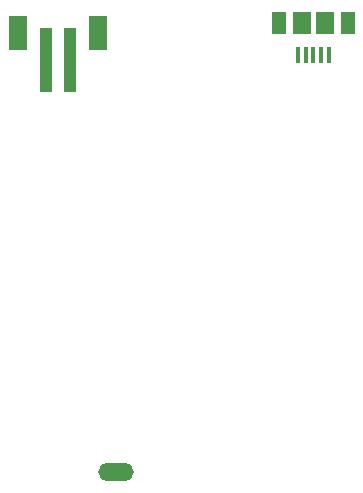
<source format=gbr>
G04 #@! TF.FileFunction,Paste,Top*
%FSLAX46Y46*%
G04 Gerber Fmt 4.6, Leading zero omitted, Abs format (unit mm)*
G04 Created by KiCad (PCBNEW 4.0.4-stable) date 07/06/18 23:02:20*
%MOMM*%
%LPD*%
G01*
G04 APERTURE LIST*
%ADD10C,0.100000*%
%ADD11R,1.000000X5.500000*%
%ADD12R,1.600000X3.000000*%
%ADD13O,3.000000X1.500000*%
%ADD14R,1.500000X1.900000*%
%ADD15R,0.400000X1.350000*%
%ADD16R,1.200000X1.900000*%
G04 APERTURE END LIST*
D10*
D11*
X117920000Y-103600000D03*
X119920000Y-103600000D03*
D12*
X115520000Y-101350000D03*
X122320000Y-101350000D03*
D13*
X123770000Y-138525000D03*
D14*
X139520000Y-100450000D03*
D15*
X141170000Y-103150000D03*
X141820000Y-103150000D03*
X139220000Y-103150000D03*
X139870000Y-103150000D03*
X140520000Y-103150000D03*
D14*
X141520000Y-100450000D03*
D16*
X137620000Y-100450000D03*
X143420000Y-100450000D03*
M02*

</source>
